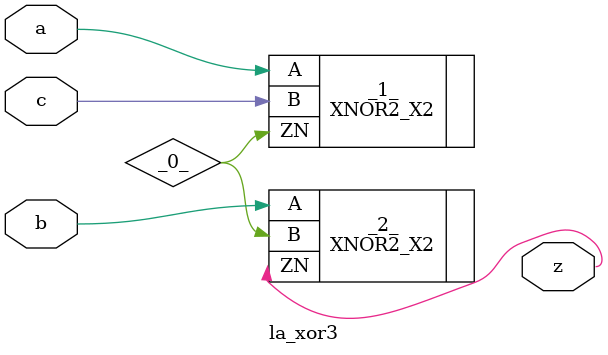
<source format=v>

/* Generated by Yosys 0.44 (git sha1 80ba43d26, g++ 11.4.0-1ubuntu1~22.04 -fPIC -O3) */

(* top =  1  *)
(* src = "generated" *)
module la_xor3 (
    a,
    b,
    c,
    z
);
  wire _0_;
  (* src = "generated" *)
  input a;
  wire a;
  (* src = "generated" *)
  input b;
  wire b;
  (* src = "generated" *)
  input c;
  wire c;
  (* src = "generated" *)
  output z;
  wire z;
  XNOR2_X2 _1_ (
      .A (a),
      .B (c),
      .ZN(_0_)
  );
  XNOR2_X2 _2_ (
      .A (b),
      .B (_0_),
      .ZN(z)
  );
endmodule

</source>
